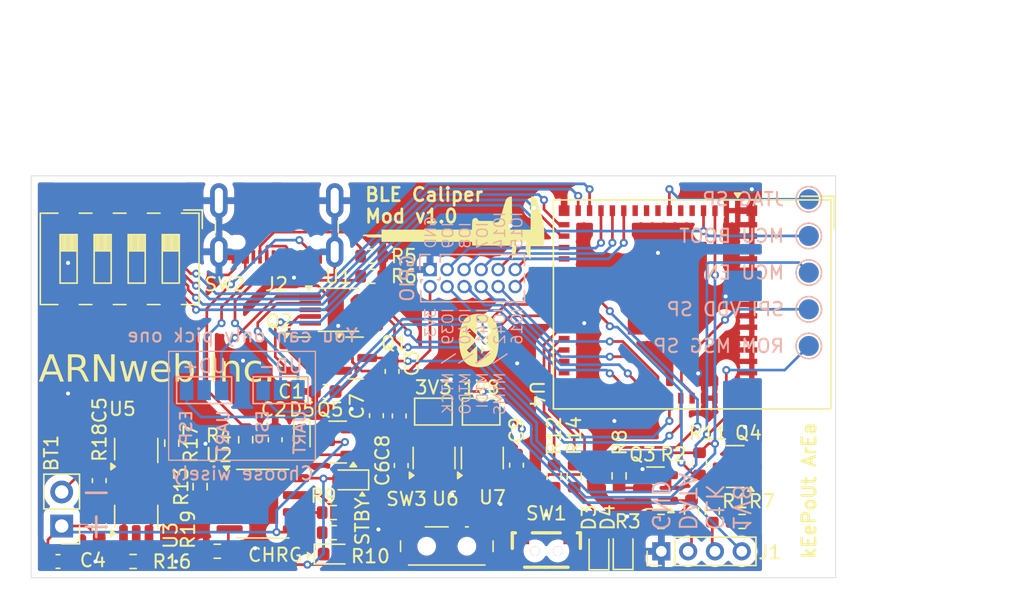
<source format=kicad_pcb>
(kicad_pcb
	(version 20240108)
	(generator "pcbnew")
	(generator_version "8.0")
	(general
		(thickness 1.6)
		(legacy_teardrops no)
	)
	(paper "A4")
	(layers
		(0 "F.Cu" signal)
		(31 "B.Cu" signal)
		(32 "B.Adhes" user "B.Adhesive")
		(33 "F.Adhes" user "F.Adhesive")
		(34 "B.Paste" user)
		(35 "F.Paste" user)
		(36 "B.SilkS" user "B.Silkscreen")
		(37 "F.SilkS" user "F.Silkscreen")
		(38 "B.Mask" user)
		(39 "F.Mask" user)
		(40 "Dwgs.User" user "User.Drawings")
		(41 "Cmts.User" user "User.Comments")
		(42 "Eco1.User" user "User.Eco1")
		(43 "Eco2.User" user "User.Eco2")
		(44 "Edge.Cuts" user)
		(45 "Margin" user)
		(46 "B.CrtYd" user "B.Courtyard")
		(47 "F.CrtYd" user "F.Courtyard")
		(48 "B.Fab" user)
		(49 "F.Fab" user)
		(50 "User.1" user)
		(51 "User.2" user)
		(52 "User.3" user)
		(53 "User.4" user)
		(54 "User.5" user)
		(55 "User.6" user)
		(56 "User.7" user)
		(57 "User.8" user)
		(58 "User.9" user)
	)
	(setup
		(pad_to_mask_clearance 0)
		(allow_soldermask_bridges_in_footprints no)
		(pcbplotparams
			(layerselection 0x00010fc_ffffffff)
			(plot_on_all_layers_selection 0x0000000_00000000)
			(disableapertmacros no)
			(usegerberextensions no)
			(usegerberattributes yes)
			(usegerberadvancedattributes yes)
			(creategerberjobfile yes)
			(dashed_line_dash_ratio 12.000000)
			(dashed_line_gap_ratio 3.000000)
			(svgprecision 4)
			(plotframeref no)
			(viasonmask no)
			(mode 1)
			(useauxorigin no)
			(hpglpennumber 1)
			(hpglpenspeed 20)
			(hpglpendiameter 15.000000)
			(pdf_front_fp_property_popups yes)
			(pdf_back_fp_property_popups yes)
			(dxfpolygonmode yes)
			(dxfimperialunits yes)
			(dxfusepcbnewfont yes)
			(psnegative no)
			(psa4output no)
			(plotreference yes)
			(plotvalue yes)
			(plotfptext yes)
			(plotinvisibletext no)
			(sketchpadsonfab no)
			(subtractmaskfromsilk no)
			(outputformat 1)
			(mirror no)
			(drillshape 1)
			(scaleselection 1)
			(outputdirectory "")
		)
	)
	(net 0 "")
	(net 1 "Net-(Q1-S)")
	(net 2 "Net-(D1-K)")
	(net 3 "Net-(D2-K)")
	(net 4 "Net-(D3-A)")
	(net 5 "Net-(D4-A)")
	(net 6 "/MCU_EN")
	(net 7 "Net-(J1-DATA)")
	(net 8 "Net-(J1-CLK)")
	(net 9 "Net-(J2-CC2)")
	(net 10 "Net-(Q1-G)")
	(net 11 "Net-(J2-VBUS-PadA4)")
	(net 12 "Net-(J2-CC1)")
	(net 13 "Net-(U2-~{STDBY})")
	(net 14 "Net-(U2-~{CHRG})")
	(net 15 "/MCU_BOOT")
	(net 16 "Net-(U2-PROG)")
	(net 17 "Net-(U4-IO10)")
	(net 18 "Net-(U4-IO12)")
	(net 19 "Net-(U4-IO11)")
	(net 20 "Net-(U4-IO13)")
	(net 21 "/MCU_TX")
	(net 22 "Net-(BT1--)")
	(net 23 "Net-(BT1-+)")
	(net 24 "/BAT_VCC_OUT")
	(net 25 "unconnected-(U3-TD-Pad4)")
	(net 26 "Net-(U3-OC)")
	(net 27 "unconnected-(U4-IO38-Pad34)")
	(net 28 "unconnected-(U4-IO35-Pad31)")
	(net 29 "unconnected-(U4-IO4-Pad8)")
	(net 30 "Net-(U3-VCC)")
	(net 31 "unconnected-(U4-IO34-Pad29)")
	(net 32 "+3V3")
	(net 33 "GND")
	(net 34 "/UD+")
	(net 35 "/MCU_RX")
	(net 36 "/UD-")
	(net 37 "+1V8")
	(net 38 "unconnected-(U4-IO37-Pad33)")
	(net 39 "unconnected-(U4-IO48-Pad30)")
	(net 40 "/IO17")
	(net 41 "Net-(Q3-B)")
	(net 42 "Net-(Q4-B)")
	(net 43 "/IO16")
	(net 44 "unconnected-(U4-IO1-Pad5)")
	(net 45 "Net-(U3-CS)")
	(net 46 "Net-(D1-A)")
	(net 47 "unconnected-(U4-IO5-Pad9)")
	(net 48 "unconnected-(U4-IO2-Pad6)")
	(net 49 "unconnected-(U4-IO33-Pad28)")
	(net 50 "Net-(U4-IO21)")
	(net 51 "Net-(U3-OD)")
	(net 52 "unconnected-(U5-D1D2-Pad2)")
	(net 53 "Net-(U5-G2)")
	(net 54 "unconnected-(U5-D1D2-Pad5)")
	(net 55 "unconnected-(U7-NC-Pad4)")
	(net 56 "unconnected-(U1-~{CTS}-Pad5)")
	(net 57 "unconnected-(U4-IO36-Pad32)")
	(net 58 "unconnected-(U4-IO6-Pad10)")
	(net 59 "unconnected-(U6-NC-Pad4)")
	(net 60 "Net-(JP1-A)")
	(net 61 "Net-(JP2-A)")
	(net 62 "Net-(SW3-C)")
	(net 63 "unconnected-(SW3-A-Pad1)")
	(net 64 "Net-(U4-IO3)")
	(net 65 "Net-(U4-IO45)")
	(net 66 "Net-(U4-IO46)")
	(net 67 "Net-(J3-Pin_4)")
	(net 68 "Net-(J3-Pin_8)")
	(net 69 "Net-(J3-Pin_6)")
	(net 70 "Net-(J3-Pin_10)")
	(net 71 "/IO15")
	(net 72 "/IO14")
	(net 73 "/IO18")
	(net 74 "/IO7")
	(net 75 "/IO8")
	(net 76 "/IO9")
	(net 77 "Net-(U4-IO26)")
	(net 78 "Net-(U4-IO47)")
	(net 79 "/UART_UD+")
	(net 80 "Net-(JP3-B)")
	(net 81 "Net-(JP4-B)")
	(net 82 "/UART_UD-")
	(footprint "Resistor_SMD:R_0603_1608Metric" (layer "F.Cu") (at 40.485 49.95 -90))
	(footprint "Jumper:SolderJumper-2_P1.3mm_Open_TrianglePad1.0x1.5mm" (layer "F.Cu") (at 60 47.6))
	(footprint "Resistor_SMD:R_0603_1608Metric" (layer "F.Cu") (at 79.85 51.5 -90))
	(footprint "Package_SO:MSOP-10_3x3mm_P0.5mm" (layer "F.Cu") (at 52.92 40))
	(footprint "Resistor_SMD:R_0603_1608Metric" (layer "F.Cu") (at 37.6 58.79))
	(footprint "Resistor_SMD:R_0603_1608Metric" (layer "F.Cu") (at 52.525 56.6375))
	(footprint "LED_SMD:LED_0603_1608Metric" (layer "F.Cu") (at 74.15 57.9 90))
	(footprint "Capacitor_SMD:C_0603_1608Metric" (layer "F.Cu") (at 57.45 47.925 -90))
	(footprint "LOGO" (layer "F.Cu") (at 63.4 42.3))
	(footprint "Connector_USB:USB_C_Receptacle_JAE_DX07S016JA1R1500" (layer "F.Cu") (at 48.32 33 180))
	(footprint "Resistor_SMD:R_0603_1608Metric" (layer "F.Cu") (at 55.4 36))
	(footprint "Package_TO_SOT_SMD:SOT-23" (layer "F.Cu") (at 54.12 43.6))
	(footprint "Resistor_SMD:R_0603_1608Metric" (layer "F.Cu") (at 73.85 52.4 -90))
	(footprint "Resistor_SMD:R_0603_1608Metric" (layer "F.Cu") (at 69 52.425 -90))
	(footprint "Jumper:SolderJumper-2_P1.3mm_Open_TrianglePad1.0x1.5mm" (layer "F.Cu") (at 63.5625 47.6))
	(footprint "Package_TO_SOT_SMD:SOT-23" (layer "F.Cu") (at 52.8625 49.875 180))
	(footprint "LED_SMD:LED_0603_1608Metric" (layer "F.Cu") (at 72.35 57.925 90))
	(footprint "Package_TO_SOT_SMD:SOT-23-6_Handsoldering" (layer "F.Cu") (at 37.835 55.5 90))
	(footprint "LED_SMD:LED_0603_1608Metric" (layer "F.Cu") (at 53.6875 52.7 180))
	(footprint "Package_TO_SOT_SMD:SOT-23" (layer "F.Cu") (at 82.5125 51.7 180))
	(footprint "Resistor_SMD:R_0603_1608Metric" (layer "F.Cu") (at 46 49.7 -90))
	(footprint "Capacitor_SMD:C_0603_1608Metric" (layer "F.Cu") (at 57.6 51.625 90))
	(footprint "easyeda2kicad:SW-SMD_L4.7-W3.5-P3.35-EH" (layer "F.Cu") (at 68.425 57.72 180))
	(footprint "Capacitor_SMD:C_0603_1608Metric" (layer "F.Cu") (at 48.2 49.7 90))
	(footprint "LOGO" (layer "F.Cu") (at 61.5 33.9 180))
	(footprint "Resistor_SMD:R_0603_1608Metric" (layer "F.Cu") (at 83.025 55.8))
	(footprint "Resistor_SMD:R_0603_1608Metric" (layer "F.Cu") (at 43.88 58.025 180))
	(footprint "Capacitor_SMD:C_0603_1608Metric" (layer "F.Cu") (at 55.75 47.9 -90))
	(footprint "Package_TO_SOT_SMD:SOT-23-5" (layer "F.Cu") (at 60.05 51.0625 90))
	(footprint "Resistor_SMD:R_0603_1608Metric" (layer "F.Cu") (at 52.525 55.1375 180))
	(footprint "Capacitor_SMD:C_0603_1608Metric" (layer "F.Cu") (at 35.075 52.75 90))
	(footprint "Capacitor_SMD:C_0603_1608Metric" (layer "F.Cu") (at 32 58.79))
	(footprint "Capacitor_SMD:C_0603_1608Metric" (layer "F.Cu") (at 56.92 44.6 -90))
	(footprint "Capacitor_SMD:C_0603_1608Metric" (layer "F.Cu") (at 66.2 51.6 90))
	(footprint "Connector_PinHeader_2.00mm:PinHeader_1x04_P2.00mm_Vertical" (layer "F.Cu") (at 77 58.03 90))
	(footprint "Resistor_SMD:R_0603_1608Metric" (layer "F.Cu") (at 35.075 56.215 -90))
	(footprint "Resistor_SMD:R_0603_1608Metric" (layer "F.Cu") (at 42.6 53.2 -90))
	(footprint "Package_TO_SOT_SMD:SOT-23-6_Handsoldering" (layer "F.Cu") (at 37.835 50.5 90))
	(footprint "Resistor_SMD:R_0603_1608Metric" (layer "F.Cu") (at 70.5 52.425 -90))
	(footprint "Package_TO_SOT_SMD:SOT-23" (layer "F.Cu") (at 76.5625 53.3 180))
	(footprint "Diode_SMD:D_SOD-523"
		(layer "F.Cu")
		(uuid "a33a9448-78f5-4cbe-997c-81a8dab95a82")
		(at 50.2 49.525 -90)
		(descr "http://www.diodes.com/datasheets/ap02001.pdf p.144")
		(tags "Diode SOD523")
		(property "Reference" "D5"
			(at -2.075 0 180)
			(layer "F.SilkS")
			(uuid "ea3d0b31-c84d-4f0c-a83e-a376f6de534e")
			(effects
				(font
					(size 1 1)
					(thickness 0.15)
				)
			)
		)
		(property "Value" "D_Schottky"
			(at 0 1.4 90)
			(layer "F.Fab")
			(uuid "81731775-6cb0-4683-ba76-2ad6b811b379")
			(effects
				(font
					(size 1 1)
					(thickness 0.15)
				)
			)
		)
		(property "Footprint" "Diode_SMD:D_SOD-523"
			(at 0 0 -90)
			(unlocked yes)
			(layer "F.Fab")
			(hide yes)
			(uuid "17063c8a-decc-4082-9433-c162468e18dd")
			(effects
				(font
					(size 1.27 1.27)
				)
			)
		)
		(property "Datasheet" ""
			(at 0 0 -90)
			(unlocked yes)
			(layer "F.Fab")
			(hide yes)
			(uuid "67338097-ae61-407f-915d-41f1304662fc")
			(effects
				(font
					(size 1.27 1.27)
				)
			)
		)
		(property "Description" "RB521S30T1G"
			(at 0 0 -90)
			(unlocked yes)
			(layer "F.Fab")
			(hide yes)
			(uuid "4ebc893c-f715-4668-8cd5-1405e55b6f93")
			(effects
				(font
					(size 1.27 1.27)
				)
			)
		)
		(property ki_fp_filters "TO-???* *_Diode_* *SingleDiode* D_*")
		(path "/f3593008-b61d-40af-8cb9-863aa6456d70")
		(sheetname "Root")
		(sheetfile "
... [452289 chars truncated]
</source>
